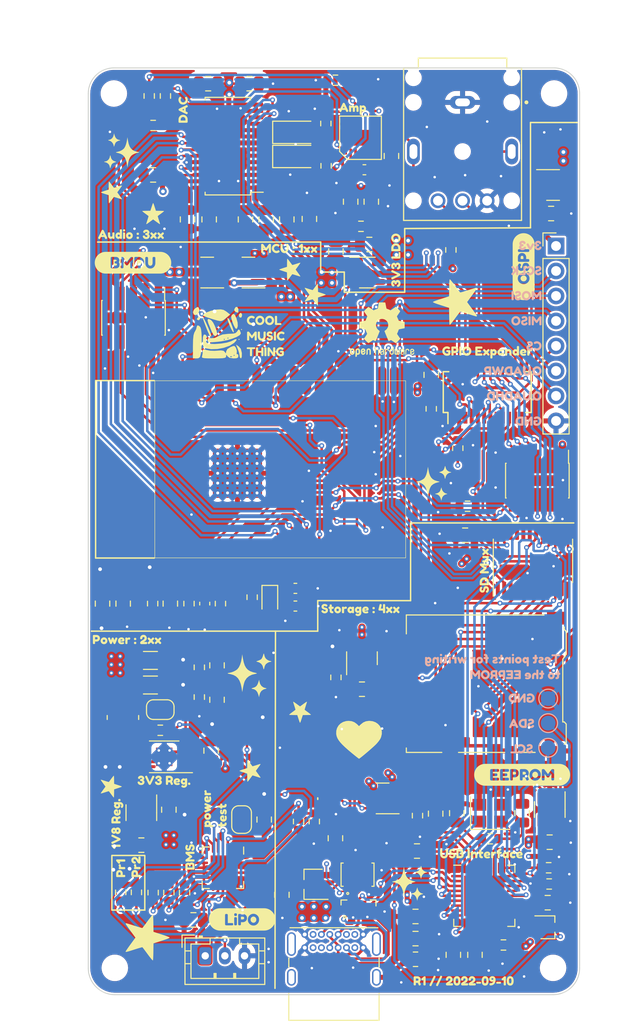
<source format=kicad_pcb>
(kicad_pcb (version 20211014) (generator pcbnew)

  (general
    (thickness 1.566672)
  )

  (paper "A4")
  (layers
    (0 "F.Cu" signal)
    (1 "In1.Cu" signal)
    (2 "In2.Cu" signal)
    (31 "B.Cu" signal)
    (32 "B.Adhes" user "B.Adhesive")
    (33 "F.Adhes" user "F.Adhesive")
    (34 "B.Paste" user)
    (35 "F.Paste" user)
    (36 "B.SilkS" user "B.Silkscreen")
    (37 "F.SilkS" user "F.Silkscreen")
    (38 "B.Mask" user)
    (39 "F.Mask" user)
    (40 "Dwgs.User" user "User.Drawings")
    (41 "Cmts.User" user "User.Comments")
    (42 "Eco1.User" user "User.Eco1")
    (43 "Eco2.User" user "User.Eco2")
    (44 "Edge.Cuts" user)
    (45 "Margin" user)
    (46 "B.CrtYd" user "B.Courtyard")
    (47 "F.CrtYd" user "F.Courtyard")
    (48 "B.Fab" user)
    (49 "F.Fab" user)
    (50 "User.1" user)
    (51 "User.2" user)
    (52 "User.3" user)
    (53 "User.4" user)
    (54 "User.5" user)
    (55 "User.6" user)
    (56 "User.7" user)
    (57 "User.8" user)
    (58 "User.9" user)
  )

  (setup
    (stackup
      (layer "F.SilkS" (type "Top Silk Screen") (color "White"))
      (layer "F.Paste" (type "Top Solder Paste"))
      (layer "F.Mask" (type "Top Solder Mask") (color "Purple") (thickness 0.0254))
      (layer "F.Cu" (type "copper") (thickness 0.04318))
      (layer "dielectric 1" (type "prepreg") (thickness 0.202184) (material "FR408-HR") (epsilon_r 3.69) (loss_tangent 0.0091))
      (layer "In1.Cu" (type "copper") (thickness 0.017272))
      (layer "dielectric 2" (type "core") (thickness 0.9906) (material "FR408-HR") (epsilon_r 3.69) (loss_tangent 0.0091))
      (layer "In2.Cu" (type "copper") (thickness 0.017272))
      (layer "dielectric 3" (type "prepreg") (thickness 0.202184) (material "FR408-HR") (epsilon_r 3.69) (loss_tangent 0.0091))
      (layer "B.Cu" (type "copper") (thickness 0.04318))
      (layer "B.Mask" (type "Bottom Solder Mask") (color "Purple") (thickness 0.0254))
      (layer "B.Paste" (type "Bottom Solder Paste"))
      (layer "B.SilkS" (type "Bottom Silk Screen") (color "White"))
      (copper_finish "ENIG")
      (dielectric_constraints no)
    )
    (pad_to_mask_clearance 0.0508)
    (grid_origin 118.2 118.8)
    (pcbplotparams
      (layerselection 0x00010fc_ffffffff)
      (disableapertmacros false)
      (usegerberextensions true)
      (usegerberattributes true)
      (usegerberadvancedattributes true)
      (creategerberjobfile true)
      (svguseinch false)
      (svgprecision 6)
      (excludeedgelayer true)
      (plotframeref false)
      (viasonmask false)
      (mode 1)
      (useauxorigin false)
      (hpglpennumber 1)
      (hpglpenspeed 20)
      (hpglpendiameter 15.000000)
      (dxfpolygonmode true)
      (dxfimperialunits true)
      (dxfusepcbnewfont true)
      (psnegative false)
      (psa4output false)
      (plotreference true)
      (plotvalue true)
      (plotinvisibletext false)
      (sketchpadsonfab false)
      (subtractmaskfromsilk false)
      (outputformat 1)
      (mirror false)
      (drillshape 0)
      (scaleselection 1)
      (outputdirectory "gerbers")
    )
  )

  (net 0 "")
  (net 1 "Net-(C101-Pad1)")
  (net 2 "GND")
  (net 3 "+3V3")
  (net 4 "Net-(C104-Pad1)")
  (net 5 "Net-(C106-Pad1)")
  (net 6 "Net-(C107-Pad2)")
  (net 7 "VBUS_SWITCHED")
  (net 8 "BAT")
  (net 9 "Net-(C203-Pad1)")
  (net 10 "Net-(C204-Pad1)")
  (net 11 "SYS_POWER")
  (net 12 "BAT_LEVEL")
  (net 13 "+1V8")
  (net 14 "3V3_ANALOG")
  (net 15 "3V3_AUDIO")
  (net 16 "Net-(C306-Pad1)")
  (net 17 "Net-(C306-Pad2)")
  (net 18 "Net-(C308-Pad1)")
  (net 19 "Net-(C308-Pad2)")
  (net 20 "Net-(C311-Pad1)")
  (net 21 "Net-(C311-Pad2)")
  (net 22 "Net-(C312-Pad1)")
  (net 23 "Net-(C314-Pad1)")
  (net 24 "1V8_AUDIO")
  (net 25 "USB_VDD33")
  (net 26 "Net-(C405-Pad1)")
  (net 27 "/Storage/VBUS_RAW")
  (net 28 "Net-(C409-Pad1)")
  (net 29 "Net-(C412-Pad1)")
  (net 30 "Net-(C413-Pad1)")
  (net 31 "Net-(C414-Pad2)")
  (net 32 "SD_VDD")
  (net 33 "KEYS_ROW_0")
  (net 34 "KEYS_ROW_1")
  (net 35 "Net-(D401-Pad1)")
  (net 36 "unconnected-(D401-Pad2)")
  (net 37 "SD_VDD_EN")
  (net 38 "ESP_SCLK")
  (net 39 "ESP_MOSI")
  (net 40 "ESP_MISO")
  (net 41 "DISPLAY_CS")
  (net 42 "ESP_QUADWP")
  (net 43 "ESP_QUADHD")
  (net 44 "NTC")
  (net 45 "Net-(J301-Pad2)")
  (net 46 "Net-(J301-Pad3)")
  (net 47 "~{3.5mm_DETECT}")
  (net 48 "Net-(J301-Pad6)")
  (net 49 "Net-(J401-PadA5)")
  (net 50 "unconnected-(J401-PadA8)")
  (net 51 "Net-(J401-PadB5)")
  (net 52 "unconnected-(J401-PadB8)")
  (net 53 "SD_DAT3")
  (net 54 "SD_CMD")
  (net 55 "SD_CLK")
  (net 56 "SD_DAT0")
  (net 57 "SD_DAT1")
  (net 58 "SD_DAT2")
  (net 59 "Net-(JP202-Pad1)")
  (net 60 "Net-(L201-Pad1)")
  (net 61 "DISPLAY_EN")
  (net 62 "3V3_AUDIO_EN")
  (net 63 "Net-(Q401-Pad2)")
  (net 64 "USB_STORAGE_EN")
  (net 65 "Net-(U101-Pad7)")
  (net 66 "ESP_SCL")
  (net 67 "ESP_SDA")
  (net 68 "LOCK_SW")
  (net 69 "Net-(R201-Pad2)")
  (net 70 "Net-(R203-Pad2)")
  (net 71 "Net-(R204-Pad2)")
  (net 72 "PROG1")
  (net 73 "PROG3")
  (net 74 "~{CHG_PWR_OK}")
  (net 75 "Net-(R208-Pad2)")
  (net 76 "Net-(R303-Pad2)")
  (net 77 "Net-(R306-Pad2)")
  (net 78 "Net-(R401-Pad1)")
  (net 79 "Net-(R402-Pad2)")
  (net 80 "Net-(J403-Pad2)")
  (net 81 "Net-(J403-Pad3)")
  (net 82 "SD_MUX_SW")
  (net 83 "DAC_SCK")
  (net 84 "DAC_BCK")
  (net 85 "DAC_LRCK")
  (net 86 "JTAG_TMS")
  (net 87 "JTAG_TDI")
  (net 88 "JTAG_TCK")
  (net 89 "unconnected-(U101-Pad17)")
  (net 90 "unconnected-(U101-Pad18)")
  (net 91 "unconnected-(U101-Pad19)")
  (net 92 "unconnected-(U101-Pad20)")
  (net 93 "unconnected-(U101-Pad21)")
  (net 94 "unconnected-(U101-Pad22)")
  (net 95 "JTAG_TDO")
  (net 96 "DAC_DIN")
  (net 97 "unconnected-(U101-Pad32)")
  (net 98 "UART_RXD")
  (net 99 "UART_TXD")
  (net 100 "DAC_MUTE")
  (net 101 "KEYS_COL_0")
  (net 102 "KEYS_COL_1")
  (net 103 "KEYS_CENTRE")
  (net 104 "unconnected-(U203-Pad4)")
  (net 105 "unconnected-(U204-Pad4)")
  (net 106 "unconnected-(U401-Pad6)")
  (net 107 "unconnected-(U401-Pad7)")
  (net 108 "unconnected-(U401-Pad8)")
  (net 109 "unconnected-(U401-Pad9)")
  (net 110 "/Storage/USB_DP")
  (net 111 "/Storage/USB_DN")
  (net 112 "unconnected-(U404-Pad1)")
  (net 113 "USB_SD_DAT1")
  (net 114 "USB_SD_DAT0")
  (net 115 "unconnected-(U404-Pad7)")
  (net 116 "unconnected-(U404-Pad8)")
  (net 117 "USB_SD_CLK")
  (net 118 "unconnected-(U404-Pad10)")
  (net 119 "USB_SD_CMD")
  (net 120 "unconnected-(U404-Pad12)")
  (net 121 "unconnected-(U404-Pad15)")
  (net 122 "unconnected-(U404-Pad16)")
  (net 123 "unconnected-(U404-Pad17)")
  (net 124 "unconnected-(U404-Pad19)")
  (net 125 "unconnected-(U404-Pad20)")
  (net 126 "USB_SD_DAT3")
  (net 127 "unconnected-(U404-Pad24)")
  (net 128 "USB_SD_DAT2")
  (net 129 "unconnected-(U404-Pad29)")
  (net 130 "unconnected-(U405-Pad3)")
  (net 131 "unconnected-(U103-Pad10)")
  (net 132 "Net-(C312-Pad2)")
  (net 133 "Net-(C313-Pad2)")
  (net 134 "Net-(R302-Pad1)")
  (net 135 "Net-(R305-Pad1)")
  (net 136 "Net-(R309-Pad2)")
  (net 137 "unconnected-(U301-Pad15)")
  (net 138 "SPARE_ANALOG_2")
  (net 139 "SPARE_ANALOG_1")
  (net 140 "unconnected-(U101-Pad24)")
  (net 141 "unconnected-(U402-Pad14)")
  (net 142 "unconnected-(U402-Pad11)")
  (net 143 "unconnected-(U101-Pad27)")
  (net 144 "unconnected-(U101-Pad28)")
  (net 145 "ESP_SD_CS")
  (net 146 "unconnected-(U405-Pad19)")
  (net 147 "unconnected-(U405-Pad21)")

  (footprint "Capacitor_SMD:C_0805_2012Metric" (layer "F.Cu") (at 143.7 75.55 180))

  (footprint "Resistor_SMD:R_0603_1608Metric" (layer "F.Cu") (at 138.1 134.2 90))

  (footprint "kibuzzard-631D91FD" (layer "F.Cu") (at 153.3 150.4))

  (footprint "Package_SO:MSOP-10-1EP_3x3mm_P0.5mm_EP1.68x1.88mm_ThermalVias" (layer "F.Cu") (at 122.825 127.625 180))

  (footprint "Resistor_SMD:R_0603_1608Metric" (layer "F.Cu") (at 131.775 111.4 -90))

  (footprint "Package_TO_SOT_SMD:SOT-23" (layer "F.Cu") (at 131.4 78.4 180))

  (footprint "Capacitor_SMD:C_0805_2012Metric" (layer "F.Cu") (at 128.2 118.325 90))

  (footprint "Resistor_SMD:R_0603_1608Metric" (layer "F.Cu") (at 126.4 118.525 -90))

  (footprint "MountingHole:MountingHole_2.2mm_M2" (layer "F.Cu") (at 117.8 149.075))

  (footprint "Capacitor_SMD:C_1206_3216Metric" (layer "F.Cu") (at 121.425 117.825))

  (footprint "Resistor_SMD:R_0603_1608Metric" (layer "F.Cu") (at 122.425 124.925 180))

  (footprint "Package_DFN_QFN:QFN-20-1EP_4x4mm_P0.5mm_EP2.5x2.5mm" (layer "F.Cu") (at 128.8 138.9 -90))

  (footprint "Capacitor_SMD:C_0805_2012Metric" (layer "F.Cu") (at 134.8 141.65 -90))

  (footprint "Resistor_SMD:R_0603_1608Metric" (layer "F.Cu") (at 122.95 60.45 90))

  (footprint "Symbol:OSHW-Logo2_7.3x6mm_SilkScreen" (layer "F.Cu") (at 145 84.2))

  (footprint "pretty-kicad-footprints:sparkles" (layer "F.Cu") (at 131.5 119.3))

  (footprint "footprints:CUI_SJ-3566AN" (layer "F.Cu") (at 153.1875 66.1 -90))

  (footprint "kibuzzard-631DB211" (layer "F.Cu") (at 155.4 108.7 90))

  (footprint "Resistor_SMD:R_0603_1608Metric" (layer "F.Cu") (at 123.3 141.425 -90))

  (footprint "Jumper:SolderJumper-2_P1.3mm_Bridged_RoundedPad1.0x1.5mm" (layer "F.Cu") (at 130.7 134 90))

  (footprint "Resistor_SMD:R_0603_1608Metric" (layer "F.Cu") (at 153.7 102.15 180))

  (footprint "pretty-kicad-footprints:heart" (layer "F.Cu") (at 142.65 125.9))

  (footprint "Capacitor_SMD:C_0805_2012Metric" (layer "F.Cu") (at 125.8 144.2 180))

  (footprint "Capacitor_SMD:C_0805_2012Metric" (layer "F.Cu") (at 142.95 120.75 180))

  (footprint "Capacitor_SMD:C_0805_2012Metric" (layer "F.Cu") (at 152.6 133.35 90))

  (footprint "Resistor_SMD:R_0603_1608Metric" (layer "F.Cu") (at 152.7 96.25 90))

  (footprint "Package_TO_SOT_SMD:SOT-23-5" (layer "F.Cu") (at 162.06 132.98 -90))

  (footprint "Resistor_SMD:R_0603_1608Metric" (layer "F.Cu") (at 162 140.55 180))

  (footprint "Capacitor_SMD:C_0805_2012Metric" (layer "F.Cu") (at 137.6 72.95 -90))

  (footprint "Capacitor_SMD:C_0805_2012Metric" (layer "F.Cu") (at 148.4 143.85))

  (footprint "kibuzzard-631DB129" (layer "F.Cu") (at 119.95 138.8 90))

  (footprint "Package_SO:TSSOP-24_4.4x7.8mm_P0.65mm" (layer "F.Cu") (at 160.35 107.7 90))

  (footprint "Capacitor_SMD:C_0805_2012Metric" (layer "F.Cu") (at 141.8 71.2 -90))

  (footprint "pretty-kicad-footprints:star_small" (layer "F.Cu") (at 121.7 72.4))

  (footprint "Crystal:Crystal_SMD_3225-4Pin_3.2x2.5mm" (layer "F.Cu") (at 156 133.35))

  (footprint "Package_TO_SOT_SMD:SOT-23-5" (layer "F.Cu") (at 120.5 133.3 -90))

  (footprint "Capacitor_SMD:C_0805_2012Metric" (layer "F.Cu")
    (tedit 5F68FEEE) (tstamp 460a573e-965c-4442-8577-238cad9738dd)
    (at 118.65 112.05 -90)
    (descr "Capacitor SMD 0805 (2012 Metric), square (rectangular) end terminal, IPC_7351 nominal, (Body size source: IPC-SM-782 page 76, https://www.pcb-3d.com/wordpress/wp-content/uploads/ipc-sm-782a_amendment_1_and_2.pdf, https://docs.google.com/spreadsheets/d/1BsfQQcO9C6DZCsRaXUlFlo91Tg2WpOkGARC1WS5S8t0/edit?usp=sharing), generated with kicad-footprint-generator")
    (tags "capacitor")
    (property "PN" "EMK212BBJ226MG-T ")
    (property "Sheetfile" "gay-ipod.kicad_sch")
    (property "Sheetname" "")
    (path "/93940494-ebf8-4959-8a7a-ade7f7db3255")
    (attr smd)
    (fp_text reference "C103" (at 0 -1.68 -270) (layer "F.SilkS") hide
      (effects (font (size 1 1) (thickness 0.15)))
      (tstamp 3cfbefeb-977b-4795-9f32-5104a5564671)
    )
    (fp_text value "22uF" (at 0 1.68 -270) (layer "F.Fab") hide
      (effects (font (size 1 1) (thickness 0.15)))
      (tstamp b21c6105-f740-4b24-a284-85beaa857ea7)
    )
    (fp_text user "${REFERENCE}" (at 0 0 -270) (layer "F.Fab") hide
      (effects (font (size 0.5 0.5) (thickness 0.08)))
      (tstamp be003acc-0d63-42a0-a82c-b40d68bc83ac)
    )
    (fp_line (start -0.261252 -0.735) (end 0.261252 -0.735) (layer "F.SilkS") (width 0.12) (tstamp 6b96712b-f5b9-41de-8393-33d0142e2e5e))
    (fp_line (start -0.261252 0.735) (end 0.261252 0.735) (layer "F.SilkS") (width 0.12) (tstamp a25404a7-130f-49ec-8600-397fe2857653))
    (fp_line (start -1.7 0.98) (end -1.7 -0.98) (layer "F.CrtYd") (width 0.05) (tstamp 01dbc337-c0d8-4920-bfeb-95a83f5fb070))
    (fp_line (start 1.7 -0.98) (end 1.7 0.98) (layer "F.CrtYd") (width 0.05) (tstamp 0bf6b552-9ee8-4561-8f3d-fffe1eb5f455))
    (fp_line (start 1.7 0.98) (end -1.7 0.98) (layer "F.CrtYd") (width 0.05) (tstamp 3897581a-51bd-4890-b072-8ac30d38f0d8))
    (fp_line (start -1.7 -0.98) (end 1.7 -0.98) (layer "F.CrtYd") (width 0.05) (tstamp 9a2b042f-8cf1-4e28-9c88-5dac548f0967))
    (fp_line (start 1 -0.625) (end 1 0.625) (layer "F.Fab") (width 0.1) (tstamp 092f6f57-a1a5-442c-8fb5-d4252a593b93))
    (fp_line (start -1 -0.625) (end 1 -0.625) (layer "F.Fab") (width 0.1) (tstamp 24bf4b60-4e7f-4168-bf86-0c7aede4af80))
    (fp_line (start -1 0.625) (end -1 -0.625) (layer "F.Fab") (width 0.1) (tstamp 622fc16b-1cd1-4f4f-9054-bfe82c553aa5))
    (fp_line (start 1 0.625) (end -1 0.625) (layer "F.Fab") (width 0.1) (tstamp f3610558-73bc-4de3-aaed-fb5a86b26238))
    (pad "1" smd roundrect (at -0.95 0 270) (size 1 1.45) (layers "F.Cu" "F.Paste" "F.Mask") (roundrect_rratio 0.25)
      (net 3 "+3V3") (pintype "passive") (tstamp 1bac09dc-04d4-4746-be37-dc6964828a7a))
    (pad "2" smd roundrect (at 0.95 0 270) (size 1 1.45) (layers "F.Cu" "F.Paste" "F.Mask") (roun
... [3403777 chars truncated]
</source>
